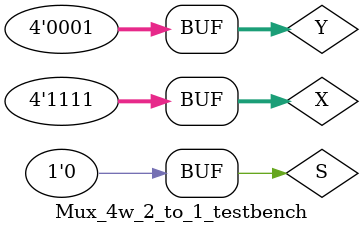
<source format=sv>
module Mux_4w_2_to_1(input [3:0]X,Y,input S, output [3:0]m);

   assign m = S ? X : Y;

endmodule

module Mux_4w_2_to_1_testbench();

   reg [3:0]X;
	reg [3:0]Y;
	reg S;
   wire [3:0]m;
	
	Mux_4w_2_to_1 DUT(X,Y,S,m);
   initial begin
		X[0] = 0;X[1] = 0;X[2] = 1;X[3] = 0;Y[0] = 1;Y[1] = 0;Y[2] = 1;Y[3] =1;S =1;#10;
		X[0] = 0;X[1] = 0;X[2] = 1;X[3] = 1;Y[0] = 0;Y[1] = 0;Y[2] = 0;Y[3] =1;S =0;#10;
		X[0] = 0;X[1] = 1;X[2] = 0;X[3] = 0;Y[0] = 0;Y[1] = 1;Y[2] = 0;Y[3] =0;S =1;#10;
		X[0] = 0;X[1] = 1;X[2] = 0;X[3] = 0;Y[0] = 0;Y[1] = 1;Y[2] = 1;Y[3] =0;S =0;#10;
		X[0] = 0;X[1] = 1;X[2] = 1;X[3] = 0;Y[0] = 0;Y[1] = 0;Y[2] = 0;Y[3] =1;S =0;#10;
		X[0] = 0;X[1] = 1;X[2] = 1;X[3] = 0;Y[0] = 0;Y[1] = 1;Y[2] = 1;Y[3] =1;S =1;#10;
		X[0] = 0;X[1] = 1;X[2] = 1;X[3] = 0;Y[0] = 1;Y[1] = 0;Y[2] = 1;Y[3] =1;S =1;#10;
		X[0] = 0;X[1] = 1;X[2] = 1;X[3] = 1;Y[0] = 0;Y[1] = 0;Y[2] = 1;Y[3] =1;S =1;#10;
		X[0] = 0;X[1] = 1;X[2] = 1;X[3] = 1;Y[0] = 0;Y[1] = 1;Y[2] = 0;Y[3] =1;S =1;#10;
		X[0] = 0;X[1] = 1;X[2] = 1;X[3] = 1;Y[0] = 1;Y[1] = 0;Y[2] = 1;Y[3] =1;S =1;#10;
		X[0] = 0;X[1] = 1;X[2] = 1;X[3] = 1;Y[0] = 1;Y[1] = 1;Y[2] = 1;Y[3] =1;S =0;#10;
		X[0] = 1;X[1] = 0;X[2] = 0;X[3] = 0;Y[0] = 1;Y[1] = 1;Y[2] = 1;Y[3] =1;S =0;#10;
		X[0] = 1;X[1] = 0;X[2] = 0;X[3] = 1;Y[0] = 1;Y[1] = 0;Y[2] = 0;Y[3] =0;S =1;#10;
		X[0] = 1;X[1] = 0;X[2] = 0;X[3] = 1;Y[0] = 1;Y[1] = 0;Y[2] = 1;Y[3] =1;S =0;#10;
		X[0] = 1;X[1] = 0;X[2] = 0;X[3] = 1;Y[0] = 1;Y[1] = 1;Y[2] = 0;Y[3] =1;S =0;#10;
		X[0] = 1;X[1] = 0;X[2] = 1;X[3] = 0;Y[0] = 0;Y[1] = 1;Y[2] = 0;Y[3] =0;S =0;#10;
		X[0] = 1;X[1] = 0;X[2] = 1;X[3] = 1;Y[0] = 0;Y[1] = 1;Y[2] = 0;Y[3] =1;S =1;#10;
		X[0] = 1;X[1] = 1;X[2] = 0;X[3] = 1;Y[0] = 1;Y[1] = 1;Y[2] = 0;Y[3] =0;S =0;#10;
		X[0] = 1;X[1] = 1;X[2] = 0;X[3] = 1;Y[0] = 1;Y[1] = 1;Y[2] = 1;Y[3] =0;S =0;#10;
		X[0] = 1;X[1] = 1;X[2] = 1;X[3] = 1;Y[0] = 0;Y[1] = 1;Y[2] = 1;Y[3] =0;S =0;#10;
		X[0] = 1;X[1] = 1;X[2] = 1;X[3] = 1;Y[0] = 1;Y[1] = 0;Y[2] = 0;Y[3] =0;S =0;#10;
   end

	
endmodule
</source>
